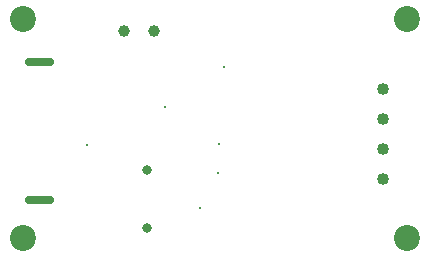
<source format=gbr>
%TF.GenerationSoftware,KiCad,Pcbnew,9.0.3*%
%TF.CreationDate,2025-08-08T09:13:55+05:30*%
%TF.ProjectId,US-UART(Converter),55532d55-4152-4542-9843-6f6e76657274,rev?*%
%TF.SameCoordinates,Original*%
%TF.FileFunction,Plated,1,2,PTH,Mixed*%
%TF.FilePolarity,Positive*%
%FSLAX46Y46*%
G04 Gerber Fmt 4.6, Leading zero omitted, Abs format (unit mm)*
G04 Created by KiCad (PCBNEW 9.0.3) date 2025-08-08 09:13:55*
%MOMM*%
%LPD*%
G01*
G04 APERTURE LIST*
%TA.AperFunction,ViaDrill*%
%ADD10C,0.300000*%
%TD*%
G04 aperture for slot hole*
%TA.AperFunction,ComponentDrill*%
%ADD11C,0.700000*%
%TD*%
%TA.AperFunction,ComponentDrill*%
%ADD12C,0.800000*%
%TD*%
%TA.AperFunction,ComponentDrill*%
%ADD13C,1.000000*%
%TD*%
%TA.AperFunction,ComponentDrill*%
%ADD14C,1.020000*%
%TD*%
%TA.AperFunction,ComponentDrill*%
%ADD15C,2.200000*%
%TD*%
G04 APERTURE END LIST*
D10*
X102363235Y-76136765D03*
X109000103Y-72899766D03*
X112000000Y-81500000D03*
X113500000Y-78500000D03*
X113555515Y-76055515D03*
X114000000Y-69500000D03*
D11*
%TO.C,J1*%
X97500000Y-69075000D02*
X99300000Y-69075000D01*
X97500000Y-80775000D02*
X99300000Y-80775000D01*
D12*
%TO.C,Y1*%
X107500000Y-78250000D03*
X107500000Y-83150000D03*
D13*
%TO.C,J3*%
X105500000Y-66500000D03*
X108040000Y-66500000D03*
D14*
%TO.C,J2*%
X127500000Y-71420000D03*
X127500000Y-73960000D03*
X127500000Y-76500000D03*
X127500000Y-79040000D03*
D15*
%TO.C,H1*%
X97000000Y-65500000D03*
%TO.C,H4*%
X97000000Y-84000000D03*
%TO.C,H2*%
X129500000Y-65500000D03*
%TO.C,H3*%
X129500000Y-84000000D03*
M02*

</source>
